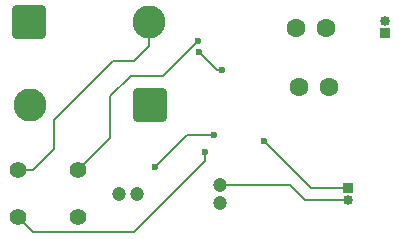
<source format=gbr>
%TF.GenerationSoftware,KiCad,Pcbnew,9.0.7*%
%TF.CreationDate,2026-02-27T12:11:24+01:00*%
%TF.ProjectId,Voltage_Doubler,566f6c74-6167-4655-9f44-6f75626c6572,1.0*%
%TF.SameCoordinates,Original*%
%TF.FileFunction,Copper,L2,Bot*%
%TF.FilePolarity,Positive*%
%FSLAX46Y46*%
G04 Gerber Fmt 4.6, Leading zero omitted, Abs format (unit mm)*
G04 Created by KiCad (PCBNEW 9.0.7) date 2026-02-27 12:11:24*
%MOMM*%
%LPD*%
G01*
G04 APERTURE LIST*
G04 Aperture macros list*
%AMRoundRect*
0 Rectangle with rounded corners*
0 $1 Rounding radius*
0 $2 $3 $4 $5 $6 $7 $8 $9 X,Y pos of 4 corners*
0 Add a 4 corners polygon primitive as box body*
4,1,4,$2,$3,$4,$5,$6,$7,$8,$9,$2,$3,0*
0 Add four circle primitives for the rounded corners*
1,1,$1+$1,$2,$3*
1,1,$1+$1,$4,$5*
1,1,$1+$1,$6,$7*
1,1,$1+$1,$8,$9*
0 Add four rect primitives between the rounded corners*
20,1,$1+$1,$2,$3,$4,$5,0*
20,1,$1+$1,$4,$5,$6,$7,0*
20,1,$1+$1,$6,$7,$8,$9,0*
20,1,$1+$1,$8,$9,$2,$3,0*%
G04 Aperture macros list end*
%TA.AperFunction,ComponentPad*%
%ADD10C,1.400000*%
%TD*%
%TA.AperFunction,ComponentPad*%
%ADD11C,0.850000*%
%TD*%
%TA.AperFunction,ComponentPad*%
%ADD12R,0.850000X0.850000*%
%TD*%
%TA.AperFunction,ComponentPad*%
%ADD13C,2.800000*%
%TD*%
%TA.AperFunction,ComponentPad*%
%ADD14RoundRect,0.250001X1.149999X1.149999X-1.149999X1.149999X-1.149999X-1.149999X1.149999X-1.149999X0*%
%TD*%
%TA.AperFunction,ComponentPad*%
%ADD15RoundRect,0.250001X-1.149999X-1.149999X1.149999X-1.149999X1.149999X1.149999X-1.149999X1.149999X0*%
%TD*%
%TA.AperFunction,ComponentPad*%
%ADD16C,1.200000*%
%TD*%
%TA.AperFunction,ComponentPad*%
%ADD17C,1.600000*%
%TD*%
%TA.AperFunction,ViaPad*%
%ADD18C,0.600000*%
%TD*%
%TA.AperFunction,Conductor*%
%ADD19C,0.200000*%
%TD*%
G04 APERTURE END LIST*
D10*
%TO.P,R2,2*%
%TO.N,Net-(U1-THRES)*%
X640960000Y-296000000D03*
%TO.P,R2,1*%
%TO.N,Net-(U1-DISCH)*%
X646040000Y-296000000D03*
%TD*%
%TO.P,R1,1*%
%TO.N,+5V*%
X640920000Y-292000000D03*
%TO.P,R1,2*%
%TO.N,Net-(U1-DISCH)*%
X646000000Y-292000000D03*
%TD*%
D11*
%TO.P,J2,2,Pin_2*%
%TO.N,GND*%
X668875000Y-294500000D03*
D12*
%TO.P,J2,1,Pin_1*%
%TO.N,+5V*%
X668875000Y-293500000D03*
%TD*%
%TO.P,J1,1,Pin_1*%
%TO.N,Net-(D2-K)*%
X672000000Y-280375000D03*
D11*
%TO.P,J1,2,Pin_2*%
%TO.N,GND*%
X672000000Y-279375000D03*
%TD*%
D13*
%TO.P,D2,2,A*%
%TO.N,Net-(D1-K)*%
X641920000Y-286500000D03*
D14*
%TO.P,D2,1,K*%
%TO.N,Net-(D2-K)*%
X652080000Y-286500000D03*
%TD*%
D13*
%TO.P,D1,2,A*%
%TO.N,+5V*%
X652000000Y-279500000D03*
D15*
%TO.P,D1,1,K*%
%TO.N,Net-(D1-K)*%
X641840000Y-279500000D03*
%TD*%
D16*
%TO.P,C4,1*%
%TO.N,Net-(D2-K)*%
X658000000Y-294750000D03*
%TO.P,C4,2*%
%TO.N,GND*%
X658000000Y-293250000D03*
%TD*%
%TO.P,C3,1*%
%TO.N,Net-(D1-K)*%
X649500000Y-294000000D03*
%TO.P,C3,2*%
%TO.N,Net-(U1-OUT)*%
X651000000Y-294000000D03*
%TD*%
D17*
%TO.P,C2,2*%
%TO.N,GND*%
X667250000Y-285000000D03*
%TO.P,C2,1*%
%TO.N,Net-(U1-THRES)*%
X664750000Y-285000000D03*
%TD*%
%TO.P,C1,1*%
%TO.N,GND*%
X667000000Y-280000000D03*
%TO.P,C1,2*%
%TO.N,Net-(U1-CONT)*%
X664500000Y-280000000D03*
%TD*%
D18*
%TO.N,Net-(U1-DISCH)*%
X656206358Y-281107829D03*
%TO.N,Net-(U1-OUT)*%
X652500000Y-291750000D03*
X657500000Y-289000000D03*
%TO.N,+5V*%
X656250000Y-282000000D03*
X658250000Y-283500000D03*
X661750000Y-289500000D03*
%TO.N,Net-(U1-THRES)*%
X656750000Y-290500000D03*
%TD*%
D19*
%TO.N,Net-(U1-DISCH)*%
X654750000Y-282500000D02*
X656142171Y-281107829D01*
X650500000Y-284000000D02*
X651250000Y-284000000D01*
X651250000Y-284000000D02*
X653250000Y-284000000D01*
X648750000Y-285750000D02*
X650500000Y-284000000D01*
X648750000Y-287500000D02*
X648750000Y-285750000D01*
X653250000Y-284000000D02*
X654750000Y-282500000D01*
X656142171Y-281107829D02*
X656206358Y-281107829D01*
X646000000Y-292000000D02*
X648750000Y-289250000D01*
X648750000Y-289250000D02*
X648750000Y-287500000D01*
%TO.N,Net-(U1-OUT)*%
X655250000Y-289000000D02*
X652500000Y-291750000D01*
X657500000Y-289000000D02*
X655250000Y-289000000D01*
%TO.N,+5V*%
X657750000Y-283500000D02*
X658250000Y-283500000D01*
X656250000Y-282000000D02*
X657750000Y-283500000D01*
X665750000Y-293500000D02*
X661750000Y-289500000D01*
X668875000Y-293500000D02*
X665750000Y-293500000D01*
%TO.N,GND*%
X664000000Y-293250000D02*
X665250000Y-294500000D01*
X658000000Y-293250000D02*
X664000000Y-293250000D01*
X665250000Y-294500000D02*
X668875000Y-294500000D01*
%TO.N,+5V*%
X640920000Y-292000000D02*
X642250000Y-292000000D01*
X642250000Y-292000000D02*
X644000000Y-290250000D01*
X644000000Y-290250000D02*
X644000000Y-287750000D01*
X649000000Y-282750000D02*
X650750000Y-282750000D01*
X644000000Y-287750000D02*
X649000000Y-282750000D01*
X652000000Y-281500000D02*
X652000000Y-279500000D01*
X650750000Y-282750000D02*
X652000000Y-281500000D01*
%TO.N,Net-(U1-THRES)*%
X656750000Y-291250000D02*
X656750000Y-290500000D01*
X650750000Y-297250000D02*
X656750000Y-291250000D01*
X640960000Y-296000000D02*
X642210000Y-297250000D01*
X642210000Y-297250000D02*
X650750000Y-297250000D01*
%TD*%
M02*

</source>
